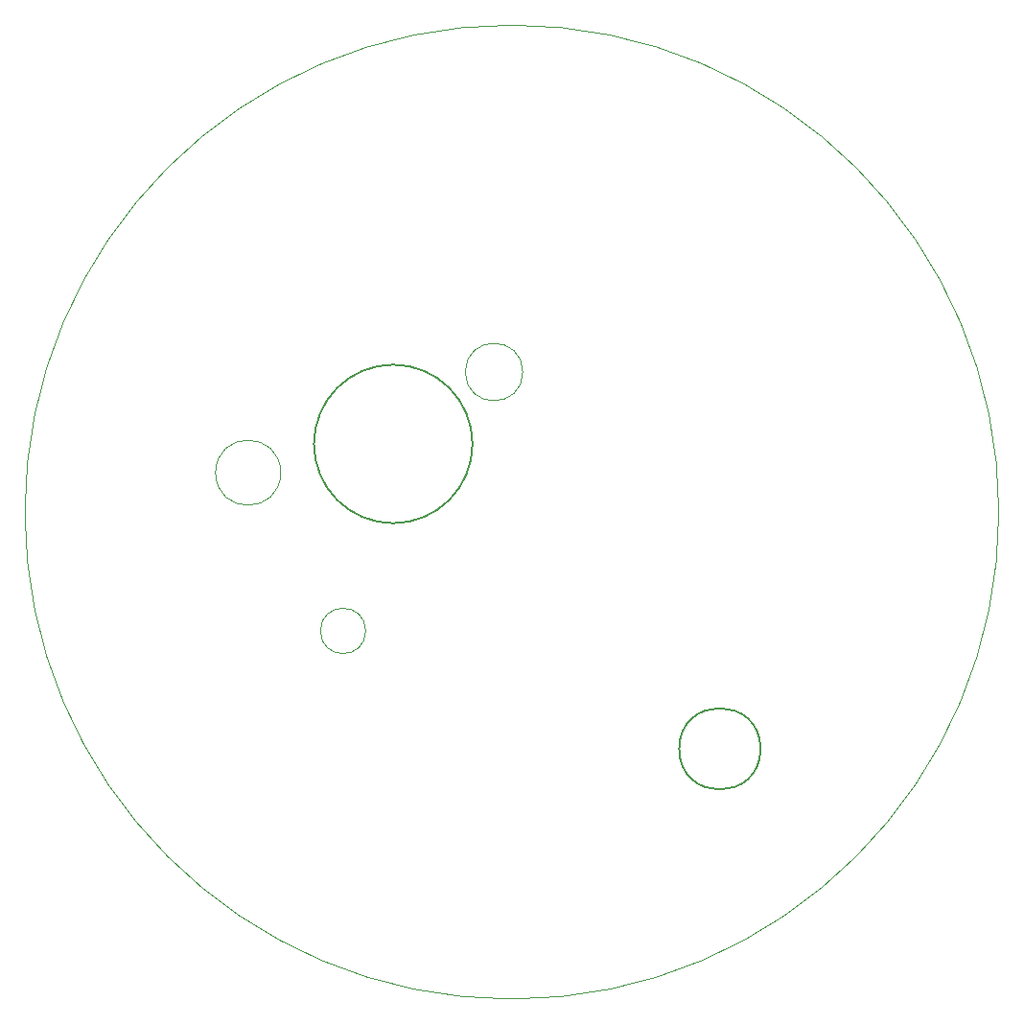
<source format=gbr>
G04 #@! TF.GenerationSoftware,KiCad,Pcbnew,7.0.9*
G04 #@! TF.CreationDate,2024-04-10T14:08:56+01:00*
G04 #@! TF.ProjectId,headphone-pcb,68656164-7068-46f6-9e65-2d7063622e6b,rev?*
G04 #@! TF.SameCoordinates,PX5f5e100PY5f5e100*
G04 #@! TF.FileFunction,Profile,NP*
%FSLAX46Y46*%
G04 Gerber Fmt 4.6, Leading zero omitted, Abs format (unit mm)*
G04 Created by KiCad (PCBNEW 7.0.9) date 2024-04-10 14:08:56*
%MOMM*%
%LPD*%
G01*
G04 APERTURE LIST*
G04 #@! TA.AperFunction,Profile*
%ADD10C,0.100000*%
G04 #@! TD*
G04 #@! TA.AperFunction,Profile*
%ADD11C,0.200000*%
G04 #@! TD*
G04 APERTURE END LIST*
D10*
X965000Y12370000D02*
G75*
G03*
X965000Y12370000I-2540000J0D01*
G01*
X-12910000Y-10490000D02*
G75*
G03*
X-12910000Y-10490000I-2000000J0D01*
G01*
X-20418318Y3480000D02*
G75*
G03*
X-20418318Y3480000I-2873682J0D01*
G01*
D11*
X21956102Y-20904000D02*
G75*
G03*
X21956102Y-20904000I-3592102J0D01*
G01*
X-3480000Y6020000D02*
G75*
G03*
X-3480000Y6020000I-7000000J0D01*
G01*
D10*
X43000000Y0D02*
G75*
G03*
X43000000Y0I-43000000J0D01*
G01*
M02*

</source>
